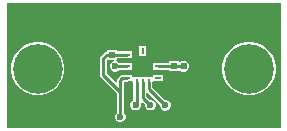
<source format=gtl>
G04*
G04 #@! TF.GenerationSoftware,Altium Limited,Altium Designer,23.11.1 (41)*
G04*
G04 Layer_Physical_Order=1*
G04 Layer_Color=255*
%FSLAX25Y25*%
%MOIN*%
G70*
G04*
G04 #@! TF.SameCoordinates,D13407C9-E82C-4D22-A7C2-A8B21F9BC201*
G04*
G04*
G04 #@! TF.FilePolarity,Positive*
G04*
G01*
G75*
%ADD12C,0.01000*%
%ADD20R,0.01968X0.00984*%
%ADD21R,0.00984X0.01968*%
%ADD22R,0.02165X0.02165*%
%ADD23C,0.16535*%
%ADD24C,0.02400*%
%ADD25C,0.02362*%
G36*
X191300Y136000D02*
X100000D01*
Y177500D01*
X191300D01*
Y136000D01*
D02*
G37*
%LPC*%
G36*
X146392Y163202D02*
X144208D01*
Y160034D01*
X146392D01*
Y163202D01*
D02*
G37*
G36*
X136683Y162120D02*
X133317D01*
Y161422D01*
X133300D01*
X132871Y161336D01*
X132507Y161093D01*
X132507Y161093D01*
X131407Y159993D01*
X131164Y159629D01*
X131078Y159200D01*
X131078Y159200D01*
Y153600D01*
X131078Y153600D01*
X131164Y153171D01*
X131407Y152807D01*
X136678Y147535D01*
Y141097D01*
X136290Y140709D01*
X136019Y140054D01*
Y139346D01*
X136290Y138691D01*
X136791Y138190D01*
X137446Y137919D01*
X138154D01*
X138809Y138190D01*
X139310Y138691D01*
X139581Y139346D01*
Y140054D01*
X139310Y140709D01*
X138922Y141097D01*
Y148000D01*
X138922Y148000D01*
X138922Y148000D01*
Y151433D01*
X140174D01*
X140174Y151433D01*
X140362Y151471D01*
X141721D01*
X141831Y151451D01*
X142209Y151334D01*
Y145242D01*
X141891Y145110D01*
X141390Y144609D01*
X141119Y143954D01*
Y143246D01*
X141390Y142591D01*
X141891Y142090D01*
X142546Y141819D01*
X143254D01*
X143909Y142090D01*
X144410Y142591D01*
X144681Y143246D01*
Y143954D01*
X144582Y144192D01*
X144673Y144434D01*
X145253Y144561D01*
X146019Y143795D01*
Y143246D01*
X146290Y142591D01*
X146791Y142090D01*
X147446Y141819D01*
X148154D01*
X148809Y142090D01*
X149310Y142591D01*
X149581Y143246D01*
Y143954D01*
X149310Y144609D01*
X148809Y145110D01*
X148154Y145381D01*
X147605D01*
X146422Y146565D01*
Y147585D01*
X146922Y147792D01*
X151019Y143695D01*
Y143146D01*
X151290Y142491D01*
X151791Y141990D01*
X152446Y141719D01*
X153154D01*
X153809Y141990D01*
X154310Y142491D01*
X154581Y143146D01*
Y143854D01*
X154310Y144509D01*
X153809Y145010D01*
X153154Y145281D01*
X152605D01*
X148391Y149496D01*
Y151334D01*
X148769Y151451D01*
X148879Y151471D01*
X152002D01*
Y153655D01*
X148834D01*
Y153031D01*
X148361Y152966D01*
X148334Y152966D01*
X142266D01*
X142239Y152966D01*
X141766Y153031D01*
Y153655D01*
X140330D01*
X140182Y153684D01*
X140142Y153676D01*
X138455D01*
X138455Y153677D01*
X138026Y153591D01*
X137662Y153348D01*
X137007Y152693D01*
X136764Y152329D01*
X136678Y151900D01*
X136678Y151900D01*
Y151361D01*
X136216Y151170D01*
X133322Y154065D01*
Y158735D01*
X133341Y158754D01*
X135681D01*
X135746Y158281D01*
X135091Y158010D01*
X134590Y157509D01*
X134319Y156854D01*
Y156146D01*
X134590Y155491D01*
X135091Y154990D01*
X135746Y154719D01*
X136454D01*
X137109Y154990D01*
X137497Y155378D01*
X140182D01*
X140330Y155408D01*
X141766D01*
Y157592D01*
X140330D01*
X140182Y157622D01*
X137497D01*
X137109Y158010D01*
X136454Y158281D01*
X136519Y158754D01*
X136683D01*
Y159316D01*
X140150D01*
X140190Y159307D01*
X140378Y159345D01*
X141766D01*
Y161529D01*
X140330D01*
X140182Y161559D01*
X140182Y161558D01*
X136683D01*
Y162120D01*
D02*
G37*
G36*
X159258Y158300D02*
X158542D01*
X157880Y158026D01*
X157783Y157928D01*
X157283Y158135D01*
Y158183D01*
X153917D01*
Y157622D01*
X150418D01*
X150270Y157592D01*
X148834D01*
Y155408D01*
X150270D01*
X150418Y155378D01*
X153917D01*
Y154817D01*
X157283D01*
Y154865D01*
X157783Y155072D01*
X157880Y154974D01*
X158542Y154700D01*
X159258D01*
X159920Y154974D01*
X160426Y155480D01*
X160700Y156142D01*
Y156858D01*
X160426Y157520D01*
X159920Y158026D01*
X159258Y158300D01*
D02*
G37*
G36*
X181573Y164568D02*
X179827D01*
X178113Y164227D01*
X176500Y163558D01*
X175047Y162588D01*
X173812Y161353D01*
X172842Y159900D01*
X172173Y158287D01*
X171832Y156573D01*
Y154827D01*
X172173Y153113D01*
X172842Y151500D01*
X173812Y150047D01*
X175047Y148812D01*
X176500Y147842D01*
X178113Y147173D01*
X179827Y146832D01*
X181573D01*
X183287Y147173D01*
X184900Y147842D01*
X186353Y148812D01*
X187588Y150047D01*
X188558Y151500D01*
X189227Y153113D01*
X189568Y154827D01*
Y156573D01*
X189227Y158287D01*
X188558Y159900D01*
X187588Y161353D01*
X186353Y162588D01*
X184900Y163558D01*
X183287Y164227D01*
X181573Y164568D01*
D02*
G37*
G36*
X111173D02*
X109427D01*
X107713Y164227D01*
X106100Y163558D01*
X104647Y162588D01*
X103412Y161353D01*
X102442Y159900D01*
X101773Y158287D01*
X101432Y156573D01*
Y154827D01*
X101773Y153113D01*
X102442Y151500D01*
X103412Y150047D01*
X104647Y148812D01*
X106100Y147842D01*
X107713Y147173D01*
X109427Y146832D01*
X111173D01*
X112887Y147173D01*
X114500Y147842D01*
X115953Y148812D01*
X117188Y150047D01*
X118158Y151500D01*
X118827Y153113D01*
X119168Y154827D01*
Y156573D01*
X118827Y158287D01*
X118158Y159900D01*
X117188Y161353D01*
X115953Y162588D01*
X114500Y163558D01*
X112887Y164227D01*
X111173Y164568D01*
D02*
G37*
%LPD*%
D12*
X155600Y156500D02*
X158900D01*
X132200Y153600D02*
Y159200D01*
X136100Y156500D02*
X140182D01*
Y160437D02*
X140190Y160429D01*
X137800Y148000D02*
Y151900D01*
X133300Y160300D02*
X134863D01*
X135000Y160437D01*
X132200Y159200D02*
X133300Y160300D01*
X132200Y153600D02*
X137800Y148000D01*
Y139700D02*
Y148000D01*
X150418Y156500D02*
X155600D01*
X135000Y160437D02*
X140182D01*
X147269Y149031D02*
Y151382D01*
Y149031D02*
X152800Y143500D01*
X145300Y146100D02*
X147800Y143600D01*
X145300Y146100D02*
Y151382D01*
X143331Y144410D02*
Y151382D01*
X142900Y143600D02*
Y143979D01*
X143331Y144410D01*
X137800Y151900D02*
X138455Y152555D01*
X140174D01*
X140182Y152563D01*
D20*
X140182Y160437D02*
D03*
Y152563D02*
D03*
X150418D02*
D03*
Y160437D02*
D03*
X140182Y156500D02*
D03*
X150418D02*
D03*
D21*
X143332Y161618D02*
D03*
X147268D02*
D03*
X143332Y151382D02*
D03*
X147268D02*
D03*
X145300D02*
D03*
Y161618D02*
D03*
D22*
X155600Y161100D02*
D03*
Y156500D02*
D03*
X135000Y165037D02*
D03*
Y160437D02*
D03*
D23*
X110300Y155700D02*
D03*
X180700D02*
D03*
D24*
X158900Y156500D02*
D03*
D25*
X136100D02*
D03*
X130900Y166700D02*
D03*
X128900Y143100D02*
D03*
X157700Y143600D02*
D03*
X152700Y163500D02*
D03*
X152800Y143500D02*
D03*
X147800Y143600D02*
D03*
X142900D02*
D03*
X137800Y139700D02*
D03*
M02*

</source>
